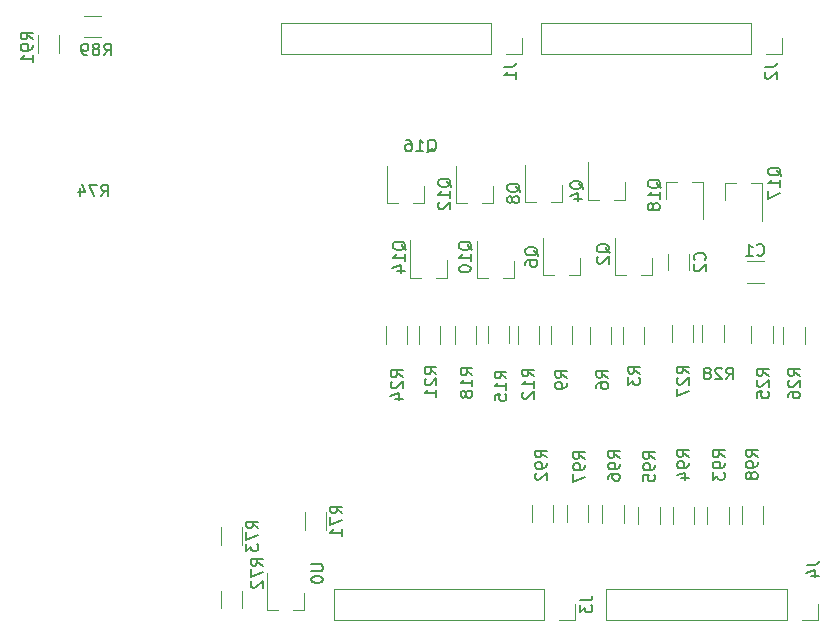
<source format=gbr>
%TF.GenerationSoftware,KiCad,Pcbnew,6.0.0*%
%TF.CreationDate,2022-04-09T17:08:48-03:00*%
%TF.ProjectId,cwc5.5,63776335-2e35-42e6-9b69-6361645f7063,rev?*%
%TF.SameCoordinates,Original*%
%TF.FileFunction,Legend,Bot*%
%TF.FilePolarity,Positive*%
%FSLAX46Y46*%
G04 Gerber Fmt 4.6, Leading zero omitted, Abs format (unit mm)*
G04 Created by KiCad (PCBNEW 6.0.0) date 2022-04-09 17:08:48*
%MOMM*%
%LPD*%
G01*
G04 APERTURE LIST*
%ADD10C,0.150000*%
%ADD11C,0.120000*%
G04 APERTURE END LIST*
D10*
%TO.C,R74*%
X7246857Y-15946380D02*
X7580190Y-15470190D01*
X7818285Y-15946380D02*
X7818285Y-14946380D01*
X7437333Y-14946380D01*
X7342095Y-14994000D01*
X7294476Y-15041619D01*
X7246857Y-15136857D01*
X7246857Y-15279714D01*
X7294476Y-15374952D01*
X7342095Y-15422571D01*
X7437333Y-15470190D01*
X7818285Y-15470190D01*
X6913523Y-14946380D02*
X6246857Y-14946380D01*
X6675428Y-15946380D01*
X5437333Y-15279714D02*
X5437333Y-15946380D01*
X5675428Y-14898761D02*
X5913523Y-15613047D01*
X5294476Y-15613047D01*
%TO.C,R9*%
X46705780Y-31303933D02*
X46229590Y-30970600D01*
X46705780Y-30732504D02*
X45705780Y-30732504D01*
X45705780Y-31113457D01*
X45753400Y-31208695D01*
X45801019Y-31256314D01*
X45896257Y-31303933D01*
X46039114Y-31303933D01*
X46134352Y-31256314D01*
X46181971Y-31208695D01*
X46229590Y-31113457D01*
X46229590Y-30732504D01*
X46705780Y-31780123D02*
X46705780Y-31970600D01*
X46658161Y-32065838D01*
X46610542Y-32113457D01*
X46467685Y-32208695D01*
X46277209Y-32256314D01*
X45896257Y-32256314D01*
X45801019Y-32208695D01*
X45753400Y-32161076D01*
X45705780Y-32065838D01*
X45705780Y-31875361D01*
X45753400Y-31780123D01*
X45801019Y-31732504D01*
X45896257Y-31684885D01*
X46134352Y-31684885D01*
X46229590Y-31732504D01*
X46277209Y-31780123D01*
X46324828Y-31875361D01*
X46324828Y-32065838D01*
X46277209Y-32161076D01*
X46229590Y-32208695D01*
X46134352Y-32256314D01*
%TO.C,Q10*%
X38647619Y-20510571D02*
X38600000Y-20415333D01*
X38504761Y-20320095D01*
X38361904Y-20177238D01*
X38314285Y-20082000D01*
X38314285Y-19986761D01*
X38552380Y-20034380D02*
X38504761Y-19939142D01*
X38409523Y-19843904D01*
X38219047Y-19796285D01*
X37885714Y-19796285D01*
X37695238Y-19843904D01*
X37600000Y-19939142D01*
X37552380Y-20034380D01*
X37552380Y-20224857D01*
X37600000Y-20320095D01*
X37695238Y-20415333D01*
X37885714Y-20462952D01*
X38219047Y-20462952D01*
X38409523Y-20415333D01*
X38504761Y-20320095D01*
X38552380Y-20224857D01*
X38552380Y-20034380D01*
X38552380Y-21415333D02*
X38552380Y-20843904D01*
X38552380Y-21129619D02*
X37552380Y-21129619D01*
X37695238Y-21034380D01*
X37790476Y-20939142D01*
X37838095Y-20843904D01*
X37552380Y-22034380D02*
X37552380Y-22129619D01*
X37600000Y-22224857D01*
X37647619Y-22272476D01*
X37742857Y-22320095D01*
X37933333Y-22367714D01*
X38171428Y-22367714D01*
X38361904Y-22320095D01*
X38457142Y-22272476D01*
X38504761Y-22224857D01*
X38552380Y-22129619D01*
X38552380Y-22034380D01*
X38504761Y-21939142D01*
X38457142Y-21891523D01*
X38361904Y-21843904D01*
X38171428Y-21796285D01*
X37933333Y-21796285D01*
X37742857Y-21843904D01*
X37647619Y-21891523D01*
X37600000Y-21939142D01*
X37552380Y-22034380D01*
%TO.C,R12*%
X43911780Y-31183342D02*
X43435590Y-30850009D01*
X43911780Y-30611914D02*
X42911780Y-30611914D01*
X42911780Y-30992866D01*
X42959400Y-31088104D01*
X43007019Y-31135723D01*
X43102257Y-31183342D01*
X43245114Y-31183342D01*
X43340352Y-31135723D01*
X43387971Y-31088104D01*
X43435590Y-30992866D01*
X43435590Y-30611914D01*
X43911780Y-32135723D02*
X43911780Y-31564295D01*
X43911780Y-31850009D02*
X42911780Y-31850009D01*
X43054638Y-31754771D01*
X43149876Y-31659533D01*
X43197495Y-31564295D01*
X43007019Y-32516676D02*
X42959400Y-32564295D01*
X42911780Y-32659533D01*
X42911780Y-32897628D01*
X42959400Y-32992866D01*
X43007019Y-33040485D01*
X43102257Y-33088104D01*
X43197495Y-33088104D01*
X43340352Y-33040485D01*
X43911780Y-32469057D01*
X43911780Y-33088104D01*
%TO.C,Q17*%
X64847619Y-14228571D02*
X64800000Y-14133333D01*
X64704761Y-14038095D01*
X64561904Y-13895238D01*
X64514285Y-13800000D01*
X64514285Y-13704761D01*
X64752380Y-13752380D02*
X64704761Y-13657142D01*
X64609523Y-13561904D01*
X64419047Y-13514285D01*
X64085714Y-13514285D01*
X63895238Y-13561904D01*
X63800000Y-13657142D01*
X63752380Y-13752380D01*
X63752380Y-13942857D01*
X63800000Y-14038095D01*
X63895238Y-14133333D01*
X64085714Y-14180952D01*
X64419047Y-14180952D01*
X64609523Y-14133333D01*
X64704761Y-14038095D01*
X64752380Y-13942857D01*
X64752380Y-13752380D01*
X64752380Y-15133333D02*
X64752380Y-14561904D01*
X64752380Y-14847619D02*
X63752380Y-14847619D01*
X63895238Y-14752380D01*
X63990476Y-14657142D01*
X64038095Y-14561904D01*
X63752380Y-15466666D02*
X63752380Y-16133333D01*
X64752380Y-15704761D01*
%TO.C,R26*%
X66427380Y-31157142D02*
X65951190Y-30823809D01*
X66427380Y-30585714D02*
X65427380Y-30585714D01*
X65427380Y-30966666D01*
X65475000Y-31061904D01*
X65522619Y-31109523D01*
X65617857Y-31157142D01*
X65760714Y-31157142D01*
X65855952Y-31109523D01*
X65903571Y-31061904D01*
X65951190Y-30966666D01*
X65951190Y-30585714D01*
X65522619Y-31538095D02*
X65475000Y-31585714D01*
X65427380Y-31680952D01*
X65427380Y-31919047D01*
X65475000Y-32014285D01*
X65522619Y-32061904D01*
X65617857Y-32109523D01*
X65713095Y-32109523D01*
X65855952Y-32061904D01*
X66427380Y-31490476D01*
X66427380Y-32109523D01*
X65427380Y-32966666D02*
X65427380Y-32776190D01*
X65475000Y-32680952D01*
X65522619Y-32633333D01*
X65665476Y-32538095D01*
X65855952Y-32490476D01*
X66236904Y-32490476D01*
X66332142Y-32538095D01*
X66379761Y-32585714D01*
X66427380Y-32680952D01*
X66427380Y-32871428D01*
X66379761Y-32966666D01*
X66332142Y-33014285D01*
X66236904Y-33061904D01*
X65998809Y-33061904D01*
X65903571Y-33014285D01*
X65855952Y-32966666D01*
X65808333Y-32871428D01*
X65808333Y-32680952D01*
X65855952Y-32585714D01*
X65903571Y-32538095D01*
X65998809Y-32490476D01*
%TO.C,Q12*%
X36909619Y-15176571D02*
X36862000Y-15081333D01*
X36766761Y-14986095D01*
X36623904Y-14843238D01*
X36576285Y-14748000D01*
X36576285Y-14652761D01*
X36814380Y-14700380D02*
X36766761Y-14605142D01*
X36671523Y-14509904D01*
X36481047Y-14462285D01*
X36147714Y-14462285D01*
X35957238Y-14509904D01*
X35862000Y-14605142D01*
X35814380Y-14700380D01*
X35814380Y-14890857D01*
X35862000Y-14986095D01*
X35957238Y-15081333D01*
X36147714Y-15128952D01*
X36481047Y-15128952D01*
X36671523Y-15081333D01*
X36766761Y-14986095D01*
X36814380Y-14890857D01*
X36814380Y-14700380D01*
X36814380Y-16081333D02*
X36814380Y-15509904D01*
X36814380Y-15795619D02*
X35814380Y-15795619D01*
X35957238Y-15700380D01*
X36052476Y-15605142D01*
X36100095Y-15509904D01*
X35909619Y-16462285D02*
X35862000Y-16509904D01*
X35814380Y-16605142D01*
X35814380Y-16843238D01*
X35862000Y-16938476D01*
X35909619Y-16986095D01*
X36004857Y-17033714D01*
X36100095Y-17033714D01*
X36242952Y-16986095D01*
X36814380Y-16414666D01*
X36814380Y-17033714D01*
%TO.C,R28*%
X60192857Y-31452380D02*
X60526190Y-30976190D01*
X60764285Y-31452380D02*
X60764285Y-30452380D01*
X60383333Y-30452380D01*
X60288095Y-30500000D01*
X60240476Y-30547619D01*
X60192857Y-30642857D01*
X60192857Y-30785714D01*
X60240476Y-30880952D01*
X60288095Y-30928571D01*
X60383333Y-30976190D01*
X60764285Y-30976190D01*
X59811904Y-30547619D02*
X59764285Y-30500000D01*
X59669047Y-30452380D01*
X59430952Y-30452380D01*
X59335714Y-30500000D01*
X59288095Y-30547619D01*
X59240476Y-30642857D01*
X59240476Y-30738095D01*
X59288095Y-30880952D01*
X59859523Y-31452380D01*
X59240476Y-31452380D01*
X58669047Y-30880952D02*
X58764285Y-30833333D01*
X58811904Y-30785714D01*
X58859523Y-30690476D01*
X58859523Y-30642857D01*
X58811904Y-30547619D01*
X58764285Y-30500000D01*
X58669047Y-30452380D01*
X58478571Y-30452380D01*
X58383333Y-30500000D01*
X58335714Y-30547619D01*
X58288095Y-30642857D01*
X58288095Y-30690476D01*
X58335714Y-30785714D01*
X58383333Y-30833333D01*
X58478571Y-30880952D01*
X58669047Y-30880952D01*
X58764285Y-30928571D01*
X58811904Y-30976190D01*
X58859523Y-31071428D01*
X58859523Y-31261904D01*
X58811904Y-31357142D01*
X58764285Y-31404761D01*
X58669047Y-31452380D01*
X58478571Y-31452380D01*
X58383333Y-31404761D01*
X58335714Y-31357142D01*
X58288095Y-31261904D01*
X58288095Y-31071428D01*
X58335714Y-30976190D01*
X58383333Y-30928571D01*
X58478571Y-30880952D01*
%TO.C,R91*%
X1468380Y-2659142D02*
X992190Y-2325809D01*
X1468380Y-2087714D02*
X468380Y-2087714D01*
X468380Y-2468666D01*
X516000Y-2563904D01*
X563619Y-2611523D01*
X658857Y-2659142D01*
X801714Y-2659142D01*
X896952Y-2611523D01*
X944571Y-2563904D01*
X992190Y-2468666D01*
X992190Y-2087714D01*
X1468380Y-3135333D02*
X1468380Y-3325809D01*
X1420761Y-3421047D01*
X1373142Y-3468666D01*
X1230285Y-3563904D01*
X1039809Y-3611523D01*
X658857Y-3611523D01*
X563619Y-3563904D01*
X516000Y-3516285D01*
X468380Y-3421047D01*
X468380Y-3230571D01*
X516000Y-3135333D01*
X563619Y-3087714D01*
X658857Y-3040095D01*
X896952Y-3040095D01*
X992190Y-3087714D01*
X1039809Y-3135333D01*
X1087428Y-3230571D01*
X1087428Y-3421047D01*
X1039809Y-3516285D01*
X992190Y-3563904D01*
X896952Y-3611523D01*
X1468380Y-4563904D02*
X1468380Y-3992476D01*
X1468380Y-4278190D02*
X468380Y-4278190D01*
X611238Y-4182952D01*
X706476Y-4087714D01*
X754095Y-3992476D01*
%TO.C,R97*%
X48227380Y-38182142D02*
X47751190Y-37848809D01*
X48227380Y-37610714D02*
X47227380Y-37610714D01*
X47227380Y-37991666D01*
X47275000Y-38086904D01*
X47322619Y-38134523D01*
X47417857Y-38182142D01*
X47560714Y-38182142D01*
X47655952Y-38134523D01*
X47703571Y-38086904D01*
X47751190Y-37991666D01*
X47751190Y-37610714D01*
X48227380Y-38658333D02*
X48227380Y-38848809D01*
X48179761Y-38944047D01*
X48132142Y-38991666D01*
X47989285Y-39086904D01*
X47798809Y-39134523D01*
X47417857Y-39134523D01*
X47322619Y-39086904D01*
X47275000Y-39039285D01*
X47227380Y-38944047D01*
X47227380Y-38753571D01*
X47275000Y-38658333D01*
X47322619Y-38610714D01*
X47417857Y-38563095D01*
X47655952Y-38563095D01*
X47751190Y-38610714D01*
X47798809Y-38658333D01*
X47846428Y-38753571D01*
X47846428Y-38944047D01*
X47798809Y-39039285D01*
X47751190Y-39086904D01*
X47655952Y-39134523D01*
X47227380Y-39467857D02*
X47227380Y-40134523D01*
X48227380Y-39705952D01*
%TO.C,J1*%
X41362380Y-5000666D02*
X42076666Y-5000666D01*
X42219523Y-4953047D01*
X42314761Y-4857809D01*
X42362380Y-4714952D01*
X42362380Y-4619714D01*
X42362380Y-6000666D02*
X42362380Y-5429238D01*
X42362380Y-5714952D02*
X41362380Y-5714952D01*
X41505238Y-5619714D01*
X41600476Y-5524476D01*
X41648095Y-5429238D01*
%TO.C,R3*%
X52877980Y-30948333D02*
X52401790Y-30615000D01*
X52877980Y-30376904D02*
X51877980Y-30376904D01*
X51877980Y-30757857D01*
X51925600Y-30853095D01*
X51973219Y-30900714D01*
X52068457Y-30948333D01*
X52211314Y-30948333D01*
X52306552Y-30900714D01*
X52354171Y-30853095D01*
X52401790Y-30757857D01*
X52401790Y-30376904D01*
X51877980Y-31281666D02*
X51877980Y-31900714D01*
X52258933Y-31567380D01*
X52258933Y-31710238D01*
X52306552Y-31805476D01*
X52354171Y-31853095D01*
X52449409Y-31900714D01*
X52687504Y-31900714D01*
X52782742Y-31853095D01*
X52830361Y-31805476D01*
X52877980Y-31710238D01*
X52877980Y-31424523D01*
X52830361Y-31329285D01*
X52782742Y-31281666D01*
%TO.C,C1*%
X62804166Y-20882142D02*
X62851785Y-20929761D01*
X62994642Y-20977380D01*
X63089880Y-20977380D01*
X63232738Y-20929761D01*
X63327976Y-20834523D01*
X63375595Y-20739285D01*
X63423214Y-20548809D01*
X63423214Y-20405952D01*
X63375595Y-20215476D01*
X63327976Y-20120238D01*
X63232738Y-20025000D01*
X63089880Y-19977380D01*
X62994642Y-19977380D01*
X62851785Y-20025000D01*
X62804166Y-20072619D01*
X61851785Y-20977380D02*
X62423214Y-20977380D01*
X62137500Y-20977380D02*
X62137500Y-19977380D01*
X62232738Y-20120238D01*
X62327976Y-20215476D01*
X62423214Y-20263095D01*
%TO.C,Q2*%
X50331619Y-20732761D02*
X50284000Y-20637523D01*
X50188761Y-20542285D01*
X50045904Y-20399428D01*
X49998285Y-20304190D01*
X49998285Y-20208952D01*
X50236380Y-20256571D02*
X50188761Y-20161333D01*
X50093523Y-20066095D01*
X49903047Y-20018476D01*
X49569714Y-20018476D01*
X49379238Y-20066095D01*
X49284000Y-20161333D01*
X49236380Y-20256571D01*
X49236380Y-20447047D01*
X49284000Y-20542285D01*
X49379238Y-20637523D01*
X49569714Y-20685142D01*
X49903047Y-20685142D01*
X50093523Y-20637523D01*
X50188761Y-20542285D01*
X50236380Y-20447047D01*
X50236380Y-20256571D01*
X49331619Y-21066095D02*
X49284000Y-21113714D01*
X49236380Y-21208952D01*
X49236380Y-21447047D01*
X49284000Y-21542285D01*
X49331619Y-21589904D01*
X49426857Y-21637523D01*
X49522095Y-21637523D01*
X49664952Y-21589904D01*
X50236380Y-21018476D01*
X50236380Y-21637523D01*
%TO.C,J4*%
X67016380Y-47164666D02*
X67730666Y-47164666D01*
X67873523Y-47117047D01*
X67968761Y-47021809D01*
X68016380Y-46878952D01*
X68016380Y-46783714D01*
X67349714Y-48069428D02*
X68016380Y-48069428D01*
X66968761Y-47831333D02*
X67683047Y-47593238D01*
X67683047Y-48212285D01*
%TO.C,Q4*%
X48085619Y-15360761D02*
X48038000Y-15265523D01*
X47942761Y-15170285D01*
X47799904Y-15027428D01*
X47752285Y-14932190D01*
X47752285Y-14836952D01*
X47990380Y-14884571D02*
X47942761Y-14789333D01*
X47847523Y-14694095D01*
X47657047Y-14646476D01*
X47323714Y-14646476D01*
X47133238Y-14694095D01*
X47038000Y-14789333D01*
X46990380Y-14884571D01*
X46990380Y-15075047D01*
X47038000Y-15170285D01*
X47133238Y-15265523D01*
X47323714Y-15313142D01*
X47657047Y-15313142D01*
X47847523Y-15265523D01*
X47942761Y-15170285D01*
X47990380Y-15075047D01*
X47990380Y-14884571D01*
X47323714Y-16170285D02*
X47990380Y-16170285D01*
X46942761Y-15932190D02*
X47657047Y-15694095D01*
X47657047Y-16313142D01*
%TO.C,R25*%
X63777380Y-31132142D02*
X63301190Y-30798809D01*
X63777380Y-30560714D02*
X62777380Y-30560714D01*
X62777380Y-30941666D01*
X62825000Y-31036904D01*
X62872619Y-31084523D01*
X62967857Y-31132142D01*
X63110714Y-31132142D01*
X63205952Y-31084523D01*
X63253571Y-31036904D01*
X63301190Y-30941666D01*
X63301190Y-30560714D01*
X62872619Y-31513095D02*
X62825000Y-31560714D01*
X62777380Y-31655952D01*
X62777380Y-31894047D01*
X62825000Y-31989285D01*
X62872619Y-32036904D01*
X62967857Y-32084523D01*
X63063095Y-32084523D01*
X63205952Y-32036904D01*
X63777380Y-31465476D01*
X63777380Y-32084523D01*
X62777380Y-32989285D02*
X62777380Y-32513095D01*
X63253571Y-32465476D01*
X63205952Y-32513095D01*
X63158333Y-32608333D01*
X63158333Y-32846428D01*
X63205952Y-32941666D01*
X63253571Y-32989285D01*
X63348809Y-33036904D01*
X63586904Y-33036904D01*
X63682142Y-32989285D01*
X63729761Y-32941666D01*
X63777380Y-32846428D01*
X63777380Y-32608333D01*
X63729761Y-32513095D01*
X63682142Y-32465476D01*
%TO.C,R98*%
X62852380Y-37982142D02*
X62376190Y-37648809D01*
X62852380Y-37410714D02*
X61852380Y-37410714D01*
X61852380Y-37791666D01*
X61900000Y-37886904D01*
X61947619Y-37934523D01*
X62042857Y-37982142D01*
X62185714Y-37982142D01*
X62280952Y-37934523D01*
X62328571Y-37886904D01*
X62376190Y-37791666D01*
X62376190Y-37410714D01*
X62852380Y-38458333D02*
X62852380Y-38648809D01*
X62804761Y-38744047D01*
X62757142Y-38791666D01*
X62614285Y-38886904D01*
X62423809Y-38934523D01*
X62042857Y-38934523D01*
X61947619Y-38886904D01*
X61900000Y-38839285D01*
X61852380Y-38744047D01*
X61852380Y-38553571D01*
X61900000Y-38458333D01*
X61947619Y-38410714D01*
X62042857Y-38363095D01*
X62280952Y-38363095D01*
X62376190Y-38410714D01*
X62423809Y-38458333D01*
X62471428Y-38553571D01*
X62471428Y-38744047D01*
X62423809Y-38839285D01*
X62376190Y-38886904D01*
X62280952Y-38934523D01*
X62280952Y-39505952D02*
X62233333Y-39410714D01*
X62185714Y-39363095D01*
X62090476Y-39315476D01*
X62042857Y-39315476D01*
X61947619Y-39363095D01*
X61900000Y-39410714D01*
X61852380Y-39505952D01*
X61852380Y-39696428D01*
X61900000Y-39791666D01*
X61947619Y-39839285D01*
X62042857Y-39886904D01*
X62090476Y-39886904D01*
X62185714Y-39839285D01*
X62233333Y-39791666D01*
X62280952Y-39696428D01*
X62280952Y-39505952D01*
X62328571Y-39410714D01*
X62376190Y-39363095D01*
X62471428Y-39315476D01*
X62661904Y-39315476D01*
X62757142Y-39363095D01*
X62804761Y-39410714D01*
X62852380Y-39505952D01*
X62852380Y-39696428D01*
X62804761Y-39791666D01*
X62757142Y-39839285D01*
X62661904Y-39886904D01*
X62471428Y-39886904D01*
X62376190Y-39839285D01*
X62328571Y-39791666D01*
X62280952Y-39696428D01*
%TO.C,Q6*%
X44275619Y-20986761D02*
X44228000Y-20891523D01*
X44132761Y-20796285D01*
X43989904Y-20653428D01*
X43942285Y-20558190D01*
X43942285Y-20462952D01*
X44180380Y-20510571D02*
X44132761Y-20415333D01*
X44037523Y-20320095D01*
X43847047Y-20272476D01*
X43513714Y-20272476D01*
X43323238Y-20320095D01*
X43228000Y-20415333D01*
X43180380Y-20510571D01*
X43180380Y-20701047D01*
X43228000Y-20796285D01*
X43323238Y-20891523D01*
X43513714Y-20939142D01*
X43847047Y-20939142D01*
X44037523Y-20891523D01*
X44132761Y-20796285D01*
X44180380Y-20701047D01*
X44180380Y-20510571D01*
X43180380Y-21796285D02*
X43180380Y-21605809D01*
X43228000Y-21510571D01*
X43275619Y-21462952D01*
X43418476Y-21367714D01*
X43608952Y-21320095D01*
X43989904Y-21320095D01*
X44085142Y-21367714D01*
X44132761Y-21415333D01*
X44180380Y-21510571D01*
X44180380Y-21701047D01*
X44132761Y-21796285D01*
X44085142Y-21843904D01*
X43989904Y-21891523D01*
X43751809Y-21891523D01*
X43656571Y-21843904D01*
X43608952Y-21796285D01*
X43561333Y-21701047D01*
X43561333Y-21510571D01*
X43608952Y-21415333D01*
X43656571Y-21367714D01*
X43751809Y-21320095D01*
%TO.C,Q16*%
X34861428Y-12231619D02*
X34956666Y-12184000D01*
X35051904Y-12088761D01*
X35194761Y-11945904D01*
X35290000Y-11898285D01*
X35385238Y-11898285D01*
X35337619Y-12136380D02*
X35432857Y-12088761D01*
X35528095Y-11993523D01*
X35575714Y-11803047D01*
X35575714Y-11469714D01*
X35528095Y-11279238D01*
X35432857Y-11184000D01*
X35337619Y-11136380D01*
X35147142Y-11136380D01*
X35051904Y-11184000D01*
X34956666Y-11279238D01*
X34909047Y-11469714D01*
X34909047Y-11803047D01*
X34956666Y-11993523D01*
X35051904Y-12088761D01*
X35147142Y-12136380D01*
X35337619Y-12136380D01*
X33956666Y-12136380D02*
X34528095Y-12136380D01*
X34242380Y-12136380D02*
X34242380Y-11136380D01*
X34337619Y-11279238D01*
X34432857Y-11374476D01*
X34528095Y-11422095D01*
X33099523Y-11136380D02*
X33290000Y-11136380D01*
X33385238Y-11184000D01*
X33432857Y-11231619D01*
X33528095Y-11374476D01*
X33575714Y-11564952D01*
X33575714Y-11945904D01*
X33528095Y-12041142D01*
X33480476Y-12088761D01*
X33385238Y-12136380D01*
X33194761Y-12136380D01*
X33099523Y-12088761D01*
X33051904Y-12041142D01*
X33004285Y-11945904D01*
X33004285Y-11707809D01*
X33051904Y-11612571D01*
X33099523Y-11564952D01*
X33194761Y-11517333D01*
X33385238Y-11517333D01*
X33480476Y-11564952D01*
X33528095Y-11612571D01*
X33575714Y-11707809D01*
%TO.C,R24*%
X32786580Y-31259542D02*
X32310390Y-30926209D01*
X32786580Y-30688114D02*
X31786580Y-30688114D01*
X31786580Y-31069066D01*
X31834200Y-31164304D01*
X31881819Y-31211923D01*
X31977057Y-31259542D01*
X32119914Y-31259542D01*
X32215152Y-31211923D01*
X32262771Y-31164304D01*
X32310390Y-31069066D01*
X32310390Y-30688114D01*
X31881819Y-31640495D02*
X31834200Y-31688114D01*
X31786580Y-31783352D01*
X31786580Y-32021447D01*
X31834200Y-32116685D01*
X31881819Y-32164304D01*
X31977057Y-32211923D01*
X32072295Y-32211923D01*
X32215152Y-32164304D01*
X32786580Y-31592876D01*
X32786580Y-32211923D01*
X32119914Y-33069066D02*
X32786580Y-33069066D01*
X31738961Y-32830971D02*
X32453247Y-32592876D01*
X32453247Y-33211923D01*
%TO.C,R21*%
X35656780Y-31005542D02*
X35180590Y-30672209D01*
X35656780Y-30434114D02*
X34656780Y-30434114D01*
X34656780Y-30815066D01*
X34704400Y-30910304D01*
X34752019Y-30957923D01*
X34847257Y-31005542D01*
X34990114Y-31005542D01*
X35085352Y-30957923D01*
X35132971Y-30910304D01*
X35180590Y-30815066D01*
X35180590Y-30434114D01*
X34752019Y-31386495D02*
X34704400Y-31434114D01*
X34656780Y-31529352D01*
X34656780Y-31767447D01*
X34704400Y-31862685D01*
X34752019Y-31910304D01*
X34847257Y-31957923D01*
X34942495Y-31957923D01*
X35085352Y-31910304D01*
X35656780Y-31338876D01*
X35656780Y-31957923D01*
X35656780Y-32910304D02*
X35656780Y-32338876D01*
X35656780Y-32624590D02*
X34656780Y-32624590D01*
X34799638Y-32529352D01*
X34894876Y-32434114D01*
X34942495Y-32338876D01*
%TO.C,R15*%
X41574980Y-31361142D02*
X41098790Y-31027809D01*
X41574980Y-30789714D02*
X40574980Y-30789714D01*
X40574980Y-31170666D01*
X40622600Y-31265904D01*
X40670219Y-31313523D01*
X40765457Y-31361142D01*
X40908314Y-31361142D01*
X41003552Y-31313523D01*
X41051171Y-31265904D01*
X41098790Y-31170666D01*
X41098790Y-30789714D01*
X41574980Y-32313523D02*
X41574980Y-31742095D01*
X41574980Y-32027809D02*
X40574980Y-32027809D01*
X40717838Y-31932571D01*
X40813076Y-31837333D01*
X40860695Y-31742095D01*
X40574980Y-33218285D02*
X40574980Y-32742095D01*
X41051171Y-32694476D01*
X41003552Y-32742095D01*
X40955933Y-32837333D01*
X40955933Y-33075428D01*
X41003552Y-33170666D01*
X41051171Y-33218285D01*
X41146409Y-33265904D01*
X41384504Y-33265904D01*
X41479742Y-33218285D01*
X41527361Y-33170666D01*
X41574980Y-33075428D01*
X41574980Y-32837333D01*
X41527361Y-32742095D01*
X41479742Y-32694476D01*
%TO.C,C2*%
X58357142Y-21333333D02*
X58404761Y-21285714D01*
X58452380Y-21142857D01*
X58452380Y-21047619D01*
X58404761Y-20904761D01*
X58309523Y-20809523D01*
X58214285Y-20761904D01*
X58023809Y-20714285D01*
X57880952Y-20714285D01*
X57690476Y-20761904D01*
X57595238Y-20809523D01*
X57500000Y-20904761D01*
X57452380Y-21047619D01*
X57452380Y-21142857D01*
X57500000Y-21285714D01*
X57547619Y-21333333D01*
X57547619Y-21714285D02*
X57500000Y-21761904D01*
X57452380Y-21857142D01*
X57452380Y-22095238D01*
X57500000Y-22190476D01*
X57547619Y-22238095D01*
X57642857Y-22285714D01*
X57738095Y-22285714D01*
X57880952Y-22238095D01*
X58452380Y-21666666D01*
X58452380Y-22285714D01*
%TO.C,R89*%
X7500857Y-4008380D02*
X7834190Y-3532190D01*
X8072285Y-4008380D02*
X8072285Y-3008380D01*
X7691333Y-3008380D01*
X7596095Y-3056000D01*
X7548476Y-3103619D01*
X7500857Y-3198857D01*
X7500857Y-3341714D01*
X7548476Y-3436952D01*
X7596095Y-3484571D01*
X7691333Y-3532190D01*
X8072285Y-3532190D01*
X6929428Y-3436952D02*
X7024666Y-3389333D01*
X7072285Y-3341714D01*
X7119904Y-3246476D01*
X7119904Y-3198857D01*
X7072285Y-3103619D01*
X7024666Y-3056000D01*
X6929428Y-3008380D01*
X6738952Y-3008380D01*
X6643714Y-3056000D01*
X6596095Y-3103619D01*
X6548476Y-3198857D01*
X6548476Y-3246476D01*
X6596095Y-3341714D01*
X6643714Y-3389333D01*
X6738952Y-3436952D01*
X6929428Y-3436952D01*
X7024666Y-3484571D01*
X7072285Y-3532190D01*
X7119904Y-3627428D01*
X7119904Y-3817904D01*
X7072285Y-3913142D01*
X7024666Y-3960761D01*
X6929428Y-4008380D01*
X6738952Y-4008380D01*
X6643714Y-3960761D01*
X6596095Y-3913142D01*
X6548476Y-3817904D01*
X6548476Y-3627428D01*
X6596095Y-3532190D01*
X6643714Y-3484571D01*
X6738952Y-3436952D01*
X6072285Y-4008380D02*
X5881809Y-4008380D01*
X5786571Y-3960761D01*
X5738952Y-3913142D01*
X5643714Y-3770285D01*
X5596095Y-3579809D01*
X5596095Y-3198857D01*
X5643714Y-3103619D01*
X5691333Y-3056000D01*
X5786571Y-3008380D01*
X5977047Y-3008380D01*
X6072285Y-3056000D01*
X6119904Y-3103619D01*
X6167523Y-3198857D01*
X6167523Y-3436952D01*
X6119904Y-3532190D01*
X6072285Y-3579809D01*
X5977047Y-3627428D01*
X5786571Y-3627428D01*
X5691333Y-3579809D01*
X5643714Y-3532190D01*
X5596095Y-3436952D01*
%TO.C,J3*%
X47842380Y-50166666D02*
X48556666Y-50166666D01*
X48699523Y-50119047D01*
X48794761Y-50023809D01*
X48842380Y-49880952D01*
X48842380Y-49785714D01*
X47842380Y-50547619D02*
X47842380Y-51166666D01*
X48223333Y-50833333D01*
X48223333Y-50976190D01*
X48270952Y-51071428D01*
X48318571Y-51119047D01*
X48413809Y-51166666D01*
X48651904Y-51166666D01*
X48747142Y-51119047D01*
X48794761Y-51071428D01*
X48842380Y-50976190D01*
X48842380Y-50690476D01*
X48794761Y-50595238D01*
X48747142Y-50547619D01*
%TO.C,R92*%
X45002380Y-38057142D02*
X44526190Y-37723809D01*
X45002380Y-37485714D02*
X44002380Y-37485714D01*
X44002380Y-37866666D01*
X44050000Y-37961904D01*
X44097619Y-38009523D01*
X44192857Y-38057142D01*
X44335714Y-38057142D01*
X44430952Y-38009523D01*
X44478571Y-37961904D01*
X44526190Y-37866666D01*
X44526190Y-37485714D01*
X45002380Y-38533333D02*
X45002380Y-38723809D01*
X44954761Y-38819047D01*
X44907142Y-38866666D01*
X44764285Y-38961904D01*
X44573809Y-39009523D01*
X44192857Y-39009523D01*
X44097619Y-38961904D01*
X44050000Y-38914285D01*
X44002380Y-38819047D01*
X44002380Y-38628571D01*
X44050000Y-38533333D01*
X44097619Y-38485714D01*
X44192857Y-38438095D01*
X44430952Y-38438095D01*
X44526190Y-38485714D01*
X44573809Y-38533333D01*
X44621428Y-38628571D01*
X44621428Y-38819047D01*
X44573809Y-38914285D01*
X44526190Y-38961904D01*
X44430952Y-39009523D01*
X44097619Y-39390476D02*
X44050000Y-39438095D01*
X44002380Y-39533333D01*
X44002380Y-39771428D01*
X44050000Y-39866666D01*
X44097619Y-39914285D01*
X44192857Y-39961904D01*
X44288095Y-39961904D01*
X44430952Y-39914285D01*
X45002380Y-39342857D01*
X45002380Y-39961904D01*
%TO.C,J2*%
X63460380Y-5000666D02*
X64174666Y-5000666D01*
X64317523Y-4953047D01*
X64412761Y-4857809D01*
X64460380Y-4714952D01*
X64460380Y-4619714D01*
X63555619Y-5429238D02*
X63508000Y-5476857D01*
X63460380Y-5572095D01*
X63460380Y-5810190D01*
X63508000Y-5905428D01*
X63555619Y-5953047D01*
X63650857Y-6000666D01*
X63746095Y-6000666D01*
X63888952Y-5953047D01*
X64460380Y-5381619D01*
X64460380Y-6000666D01*
%TO.C,U0*%
X25052380Y-47113095D02*
X25861904Y-47113095D01*
X25957142Y-47160714D01*
X26004761Y-47208333D01*
X26052380Y-47303571D01*
X26052380Y-47494047D01*
X26004761Y-47589285D01*
X25957142Y-47636904D01*
X25861904Y-47684523D01*
X25052380Y-47684523D01*
X25052380Y-48351190D02*
X25052380Y-48446428D01*
X25100000Y-48541666D01*
X25147619Y-48589285D01*
X25242857Y-48636904D01*
X25433333Y-48684523D01*
X25671428Y-48684523D01*
X25861904Y-48636904D01*
X25957142Y-48589285D01*
X26004761Y-48541666D01*
X26052380Y-48446428D01*
X26052380Y-48351190D01*
X26004761Y-48255952D01*
X25957142Y-48208333D01*
X25861904Y-48160714D01*
X25671428Y-48113095D01*
X25433333Y-48113095D01*
X25242857Y-48160714D01*
X25147619Y-48208333D01*
X25100000Y-48255952D01*
X25052380Y-48351190D01*
%TO.C,R18*%
X38704780Y-31081742D02*
X38228590Y-30748409D01*
X38704780Y-30510314D02*
X37704780Y-30510314D01*
X37704780Y-30891266D01*
X37752400Y-30986504D01*
X37800019Y-31034123D01*
X37895257Y-31081742D01*
X38038114Y-31081742D01*
X38133352Y-31034123D01*
X38180971Y-30986504D01*
X38228590Y-30891266D01*
X38228590Y-30510314D01*
X38704780Y-32034123D02*
X38704780Y-31462695D01*
X38704780Y-31748409D02*
X37704780Y-31748409D01*
X37847638Y-31653171D01*
X37942876Y-31557933D01*
X37990495Y-31462695D01*
X38133352Y-32605552D02*
X38085733Y-32510314D01*
X38038114Y-32462695D01*
X37942876Y-32415076D01*
X37895257Y-32415076D01*
X37800019Y-32462695D01*
X37752400Y-32510314D01*
X37704780Y-32605552D01*
X37704780Y-32796028D01*
X37752400Y-32891266D01*
X37800019Y-32938885D01*
X37895257Y-32986504D01*
X37942876Y-32986504D01*
X38038114Y-32938885D01*
X38085733Y-32891266D01*
X38133352Y-32796028D01*
X38133352Y-32605552D01*
X38180971Y-32510314D01*
X38228590Y-32462695D01*
X38323828Y-32415076D01*
X38514304Y-32415076D01*
X38609542Y-32462695D01*
X38657161Y-32510314D01*
X38704780Y-32605552D01*
X38704780Y-32796028D01*
X38657161Y-32891266D01*
X38609542Y-32938885D01*
X38514304Y-32986504D01*
X38323828Y-32986504D01*
X38228590Y-32938885D01*
X38180971Y-32891266D01*
X38133352Y-32796028D01*
%TO.C,Q8*%
X42751619Y-15590761D02*
X42704000Y-15495523D01*
X42608761Y-15400285D01*
X42465904Y-15257428D01*
X42418285Y-15162190D01*
X42418285Y-15066952D01*
X42656380Y-15114571D02*
X42608761Y-15019333D01*
X42513523Y-14924095D01*
X42323047Y-14876476D01*
X41989714Y-14876476D01*
X41799238Y-14924095D01*
X41704000Y-15019333D01*
X41656380Y-15114571D01*
X41656380Y-15305047D01*
X41704000Y-15400285D01*
X41799238Y-15495523D01*
X41989714Y-15543142D01*
X42323047Y-15543142D01*
X42513523Y-15495523D01*
X42608761Y-15400285D01*
X42656380Y-15305047D01*
X42656380Y-15114571D01*
X42084952Y-16114571D02*
X42037333Y-16019333D01*
X41989714Y-15971714D01*
X41894476Y-15924095D01*
X41846857Y-15924095D01*
X41751619Y-15971714D01*
X41704000Y-16019333D01*
X41656380Y-16114571D01*
X41656380Y-16305047D01*
X41704000Y-16400285D01*
X41751619Y-16447904D01*
X41846857Y-16495523D01*
X41894476Y-16495523D01*
X41989714Y-16447904D01*
X42037333Y-16400285D01*
X42084952Y-16305047D01*
X42084952Y-16114571D01*
X42132571Y-16019333D01*
X42180190Y-15971714D01*
X42275428Y-15924095D01*
X42465904Y-15924095D01*
X42561142Y-15971714D01*
X42608761Y-16019333D01*
X42656380Y-16114571D01*
X42656380Y-16305047D01*
X42608761Y-16400285D01*
X42561142Y-16447904D01*
X42465904Y-16495523D01*
X42275428Y-16495523D01*
X42180190Y-16447904D01*
X42132571Y-16400285D01*
X42084952Y-16305047D01*
%TO.C,R93*%
X60052380Y-38032142D02*
X59576190Y-37698809D01*
X60052380Y-37460714D02*
X59052380Y-37460714D01*
X59052380Y-37841666D01*
X59100000Y-37936904D01*
X59147619Y-37984523D01*
X59242857Y-38032142D01*
X59385714Y-38032142D01*
X59480952Y-37984523D01*
X59528571Y-37936904D01*
X59576190Y-37841666D01*
X59576190Y-37460714D01*
X60052380Y-38508333D02*
X60052380Y-38698809D01*
X60004761Y-38794047D01*
X59957142Y-38841666D01*
X59814285Y-38936904D01*
X59623809Y-38984523D01*
X59242857Y-38984523D01*
X59147619Y-38936904D01*
X59100000Y-38889285D01*
X59052380Y-38794047D01*
X59052380Y-38603571D01*
X59100000Y-38508333D01*
X59147619Y-38460714D01*
X59242857Y-38413095D01*
X59480952Y-38413095D01*
X59576190Y-38460714D01*
X59623809Y-38508333D01*
X59671428Y-38603571D01*
X59671428Y-38794047D01*
X59623809Y-38889285D01*
X59576190Y-38936904D01*
X59480952Y-38984523D01*
X59052380Y-39317857D02*
X59052380Y-39936904D01*
X59433333Y-39603571D01*
X59433333Y-39746428D01*
X59480952Y-39841666D01*
X59528571Y-39889285D01*
X59623809Y-39936904D01*
X59861904Y-39936904D01*
X59957142Y-39889285D01*
X60004761Y-39841666D01*
X60052380Y-39746428D01*
X60052380Y-39460714D01*
X60004761Y-39365476D01*
X59957142Y-39317857D01*
%TO.C,R72*%
X20927380Y-47207142D02*
X20451190Y-46873809D01*
X20927380Y-46635714D02*
X19927380Y-46635714D01*
X19927380Y-47016666D01*
X19975000Y-47111904D01*
X20022619Y-47159523D01*
X20117857Y-47207142D01*
X20260714Y-47207142D01*
X20355952Y-47159523D01*
X20403571Y-47111904D01*
X20451190Y-47016666D01*
X20451190Y-46635714D01*
X19927380Y-47540476D02*
X19927380Y-48207142D01*
X20927380Y-47778571D01*
X20022619Y-48540476D02*
X19975000Y-48588095D01*
X19927380Y-48683333D01*
X19927380Y-48921428D01*
X19975000Y-49016666D01*
X20022619Y-49064285D01*
X20117857Y-49111904D01*
X20213095Y-49111904D01*
X20355952Y-49064285D01*
X20927380Y-48492857D01*
X20927380Y-49111904D01*
%TO.C,R71*%
X27672380Y-42791142D02*
X27196190Y-42457809D01*
X27672380Y-42219714D02*
X26672380Y-42219714D01*
X26672380Y-42600666D01*
X26720000Y-42695904D01*
X26767619Y-42743523D01*
X26862857Y-42791142D01*
X27005714Y-42791142D01*
X27100952Y-42743523D01*
X27148571Y-42695904D01*
X27196190Y-42600666D01*
X27196190Y-42219714D01*
X26672380Y-43124476D02*
X26672380Y-43791142D01*
X27672380Y-43362571D01*
X27672380Y-44695904D02*
X27672380Y-44124476D01*
X27672380Y-44410190D02*
X26672380Y-44410190D01*
X26815238Y-44314952D01*
X26910476Y-44219714D01*
X26958095Y-44124476D01*
%TO.C,R6*%
X50185580Y-31303933D02*
X49709390Y-30970600D01*
X50185580Y-30732504D02*
X49185580Y-30732504D01*
X49185580Y-31113457D01*
X49233200Y-31208695D01*
X49280819Y-31256314D01*
X49376057Y-31303933D01*
X49518914Y-31303933D01*
X49614152Y-31256314D01*
X49661771Y-31208695D01*
X49709390Y-31113457D01*
X49709390Y-30732504D01*
X49185580Y-32161076D02*
X49185580Y-31970600D01*
X49233200Y-31875361D01*
X49280819Y-31827742D01*
X49423676Y-31732504D01*
X49614152Y-31684885D01*
X49995104Y-31684885D01*
X50090342Y-31732504D01*
X50137961Y-31780123D01*
X50185580Y-31875361D01*
X50185580Y-32065838D01*
X50137961Y-32161076D01*
X50090342Y-32208695D01*
X49995104Y-32256314D01*
X49757009Y-32256314D01*
X49661771Y-32208695D01*
X49614152Y-32161076D01*
X49566533Y-32065838D01*
X49566533Y-31875361D01*
X49614152Y-31780123D01*
X49661771Y-31732504D01*
X49757009Y-31684885D01*
%TO.C,R94*%
X57027380Y-38007142D02*
X56551190Y-37673809D01*
X57027380Y-37435714D02*
X56027380Y-37435714D01*
X56027380Y-37816666D01*
X56075000Y-37911904D01*
X56122619Y-37959523D01*
X56217857Y-38007142D01*
X56360714Y-38007142D01*
X56455952Y-37959523D01*
X56503571Y-37911904D01*
X56551190Y-37816666D01*
X56551190Y-37435714D01*
X57027380Y-38483333D02*
X57027380Y-38673809D01*
X56979761Y-38769047D01*
X56932142Y-38816666D01*
X56789285Y-38911904D01*
X56598809Y-38959523D01*
X56217857Y-38959523D01*
X56122619Y-38911904D01*
X56075000Y-38864285D01*
X56027380Y-38769047D01*
X56027380Y-38578571D01*
X56075000Y-38483333D01*
X56122619Y-38435714D01*
X56217857Y-38388095D01*
X56455952Y-38388095D01*
X56551190Y-38435714D01*
X56598809Y-38483333D01*
X56646428Y-38578571D01*
X56646428Y-38769047D01*
X56598809Y-38864285D01*
X56551190Y-38911904D01*
X56455952Y-38959523D01*
X56360714Y-39816666D02*
X57027380Y-39816666D01*
X55979761Y-39578571D02*
X56694047Y-39340476D01*
X56694047Y-39959523D01*
%TO.C,Q14*%
X33059619Y-20510571D02*
X33012000Y-20415333D01*
X32916761Y-20320095D01*
X32773904Y-20177238D01*
X32726285Y-20082000D01*
X32726285Y-19986761D01*
X32964380Y-20034380D02*
X32916761Y-19939142D01*
X32821523Y-19843904D01*
X32631047Y-19796285D01*
X32297714Y-19796285D01*
X32107238Y-19843904D01*
X32012000Y-19939142D01*
X31964380Y-20034380D01*
X31964380Y-20224857D01*
X32012000Y-20320095D01*
X32107238Y-20415333D01*
X32297714Y-20462952D01*
X32631047Y-20462952D01*
X32821523Y-20415333D01*
X32916761Y-20320095D01*
X32964380Y-20224857D01*
X32964380Y-20034380D01*
X32964380Y-21415333D02*
X32964380Y-20843904D01*
X32964380Y-21129619D02*
X31964380Y-21129619D01*
X32107238Y-21034380D01*
X32202476Y-20939142D01*
X32250095Y-20843904D01*
X32297714Y-22272476D02*
X32964380Y-22272476D01*
X31916761Y-22034380D02*
X32631047Y-21796285D01*
X32631047Y-22415333D01*
%TO.C,R96*%
X51177380Y-38107142D02*
X50701190Y-37773809D01*
X51177380Y-37535714D02*
X50177380Y-37535714D01*
X50177380Y-37916666D01*
X50225000Y-38011904D01*
X50272619Y-38059523D01*
X50367857Y-38107142D01*
X50510714Y-38107142D01*
X50605952Y-38059523D01*
X50653571Y-38011904D01*
X50701190Y-37916666D01*
X50701190Y-37535714D01*
X51177380Y-38583333D02*
X51177380Y-38773809D01*
X51129761Y-38869047D01*
X51082142Y-38916666D01*
X50939285Y-39011904D01*
X50748809Y-39059523D01*
X50367857Y-39059523D01*
X50272619Y-39011904D01*
X50225000Y-38964285D01*
X50177380Y-38869047D01*
X50177380Y-38678571D01*
X50225000Y-38583333D01*
X50272619Y-38535714D01*
X50367857Y-38488095D01*
X50605952Y-38488095D01*
X50701190Y-38535714D01*
X50748809Y-38583333D01*
X50796428Y-38678571D01*
X50796428Y-38869047D01*
X50748809Y-38964285D01*
X50701190Y-39011904D01*
X50605952Y-39059523D01*
X50177380Y-39916666D02*
X50177380Y-39726190D01*
X50225000Y-39630952D01*
X50272619Y-39583333D01*
X50415476Y-39488095D01*
X50605952Y-39440476D01*
X50986904Y-39440476D01*
X51082142Y-39488095D01*
X51129761Y-39535714D01*
X51177380Y-39630952D01*
X51177380Y-39821428D01*
X51129761Y-39916666D01*
X51082142Y-39964285D01*
X50986904Y-40011904D01*
X50748809Y-40011904D01*
X50653571Y-39964285D01*
X50605952Y-39916666D01*
X50558333Y-39821428D01*
X50558333Y-39630952D01*
X50605952Y-39535714D01*
X50653571Y-39488095D01*
X50748809Y-39440476D01*
%TO.C,R73*%
X20560380Y-44061142D02*
X20084190Y-43727809D01*
X20560380Y-43489714D02*
X19560380Y-43489714D01*
X19560380Y-43870666D01*
X19608000Y-43965904D01*
X19655619Y-44013523D01*
X19750857Y-44061142D01*
X19893714Y-44061142D01*
X19988952Y-44013523D01*
X20036571Y-43965904D01*
X20084190Y-43870666D01*
X20084190Y-43489714D01*
X19560380Y-44394476D02*
X19560380Y-45061142D01*
X20560380Y-44632571D01*
X19560380Y-45346857D02*
X19560380Y-45965904D01*
X19941333Y-45632571D01*
X19941333Y-45775428D01*
X19988952Y-45870666D01*
X20036571Y-45918285D01*
X20131809Y-45965904D01*
X20369904Y-45965904D01*
X20465142Y-45918285D01*
X20512761Y-45870666D01*
X20560380Y-45775428D01*
X20560380Y-45489714D01*
X20512761Y-45394476D01*
X20465142Y-45346857D01*
%TO.C,R95*%
X54152380Y-38182142D02*
X53676190Y-37848809D01*
X54152380Y-37610714D02*
X53152380Y-37610714D01*
X53152380Y-37991666D01*
X53200000Y-38086904D01*
X53247619Y-38134523D01*
X53342857Y-38182142D01*
X53485714Y-38182142D01*
X53580952Y-38134523D01*
X53628571Y-38086904D01*
X53676190Y-37991666D01*
X53676190Y-37610714D01*
X54152380Y-38658333D02*
X54152380Y-38848809D01*
X54104761Y-38944047D01*
X54057142Y-38991666D01*
X53914285Y-39086904D01*
X53723809Y-39134523D01*
X53342857Y-39134523D01*
X53247619Y-39086904D01*
X53200000Y-39039285D01*
X53152380Y-38944047D01*
X53152380Y-38753571D01*
X53200000Y-38658333D01*
X53247619Y-38610714D01*
X53342857Y-38563095D01*
X53580952Y-38563095D01*
X53676190Y-38610714D01*
X53723809Y-38658333D01*
X53771428Y-38753571D01*
X53771428Y-38944047D01*
X53723809Y-39039285D01*
X53676190Y-39086904D01*
X53580952Y-39134523D01*
X53152380Y-40039285D02*
X53152380Y-39563095D01*
X53628571Y-39515476D01*
X53580952Y-39563095D01*
X53533333Y-39658333D01*
X53533333Y-39896428D01*
X53580952Y-39991666D01*
X53628571Y-40039285D01*
X53723809Y-40086904D01*
X53961904Y-40086904D01*
X54057142Y-40039285D01*
X54104761Y-39991666D01*
X54152380Y-39896428D01*
X54152380Y-39658333D01*
X54104761Y-39563095D01*
X54057142Y-39515476D01*
%TO.C,Q18*%
X54647619Y-15253571D02*
X54600000Y-15158333D01*
X54504761Y-15063095D01*
X54361904Y-14920238D01*
X54314285Y-14825000D01*
X54314285Y-14729761D01*
X54552380Y-14777380D02*
X54504761Y-14682142D01*
X54409523Y-14586904D01*
X54219047Y-14539285D01*
X53885714Y-14539285D01*
X53695238Y-14586904D01*
X53600000Y-14682142D01*
X53552380Y-14777380D01*
X53552380Y-14967857D01*
X53600000Y-15063095D01*
X53695238Y-15158333D01*
X53885714Y-15205952D01*
X54219047Y-15205952D01*
X54409523Y-15158333D01*
X54504761Y-15063095D01*
X54552380Y-14967857D01*
X54552380Y-14777380D01*
X54552380Y-16158333D02*
X54552380Y-15586904D01*
X54552380Y-15872619D02*
X53552380Y-15872619D01*
X53695238Y-15777380D01*
X53790476Y-15682142D01*
X53838095Y-15586904D01*
X53980952Y-16729761D02*
X53933333Y-16634523D01*
X53885714Y-16586904D01*
X53790476Y-16539285D01*
X53742857Y-16539285D01*
X53647619Y-16586904D01*
X53600000Y-16634523D01*
X53552380Y-16729761D01*
X53552380Y-16920238D01*
X53600000Y-17015476D01*
X53647619Y-17063095D01*
X53742857Y-17110714D01*
X53790476Y-17110714D01*
X53885714Y-17063095D01*
X53933333Y-17015476D01*
X53980952Y-16920238D01*
X53980952Y-16729761D01*
X54028571Y-16634523D01*
X54076190Y-16586904D01*
X54171428Y-16539285D01*
X54361904Y-16539285D01*
X54457142Y-16586904D01*
X54504761Y-16634523D01*
X54552380Y-16729761D01*
X54552380Y-16920238D01*
X54504761Y-17015476D01*
X54457142Y-17063095D01*
X54361904Y-17110714D01*
X54171428Y-17110714D01*
X54076190Y-17063095D01*
X54028571Y-17015476D01*
X53980952Y-16920238D01*
%TO.C,R27*%
X57002380Y-30932142D02*
X56526190Y-30598809D01*
X57002380Y-30360714D02*
X56002380Y-30360714D01*
X56002380Y-30741666D01*
X56050000Y-30836904D01*
X56097619Y-30884523D01*
X56192857Y-30932142D01*
X56335714Y-30932142D01*
X56430952Y-30884523D01*
X56478571Y-30836904D01*
X56526190Y-30741666D01*
X56526190Y-30360714D01*
X56097619Y-31313095D02*
X56050000Y-31360714D01*
X56002380Y-31455952D01*
X56002380Y-31694047D01*
X56050000Y-31789285D01*
X56097619Y-31836904D01*
X56192857Y-31884523D01*
X56288095Y-31884523D01*
X56430952Y-31836904D01*
X57002380Y-31265476D01*
X57002380Y-31884523D01*
X56002380Y-32217857D02*
X56002380Y-32884523D01*
X57002380Y-32455952D01*
D11*
%TO.C,R9*%
X45318000Y-26958936D02*
X45318000Y-28413064D01*
X47138000Y-26958936D02*
X47138000Y-28413064D01*
%TO.C,Q10*%
X39060000Y-22858000D02*
X39060000Y-19698000D01*
X39060000Y-22858000D02*
X39990000Y-22858000D01*
X42220000Y-22858000D02*
X42220000Y-21398000D01*
X42220000Y-22858000D02*
X41290000Y-22858000D01*
%TO.C,R12*%
X44344000Y-26958936D02*
X44344000Y-28413064D01*
X42524000Y-26958936D02*
X42524000Y-28413064D01*
%TO.C,Q17*%
X63230000Y-14840000D02*
X63230000Y-18000000D01*
X63230000Y-14840000D02*
X62300000Y-14840000D01*
X60070000Y-14840000D02*
X61000000Y-14840000D01*
X60070000Y-14840000D02*
X60070000Y-16300000D01*
%TO.C,R26*%
X65015000Y-26972936D02*
X65015000Y-28427064D01*
X66835000Y-26972936D02*
X66835000Y-28427064D01*
%TO.C,Q12*%
X37282000Y-16508000D02*
X38212000Y-16508000D01*
X40442000Y-16508000D02*
X40442000Y-15048000D01*
X37282000Y-16508000D02*
X37282000Y-13348000D01*
X40442000Y-16508000D02*
X39512000Y-16508000D01*
%TO.C,R28*%
X59985000Y-26847936D02*
X59985000Y-28302064D01*
X58165000Y-26847936D02*
X58165000Y-28302064D01*
%TO.C,R91*%
X3704000Y-3775064D02*
X3704000Y-2320936D01*
X1884000Y-3775064D02*
X1884000Y-2320936D01*
%TO.C,R97*%
X46665000Y-43552064D02*
X46665000Y-42097936D01*
X48485000Y-43552064D02*
X48485000Y-42097936D01*
%TO.C,J1*%
X42890000Y-3910000D02*
X42890000Y-2580000D01*
X40290000Y-3910000D02*
X22450000Y-3910000D01*
X41560000Y-3910000D02*
X42890000Y-3910000D01*
X22450000Y-3910000D02*
X22450000Y-1250000D01*
X40290000Y-1250000D02*
X22450000Y-1250000D01*
X40290000Y-3910000D02*
X40290000Y-1250000D01*
%TO.C,R3*%
X51414000Y-26984936D02*
X51414000Y-28439064D01*
X53234000Y-26984936D02*
X53234000Y-28439064D01*
%TO.C,C1*%
X63348752Y-23285000D02*
X61926248Y-23285000D01*
X63348752Y-21465000D02*
X61926248Y-21465000D01*
%TO.C,Q2*%
X53904000Y-22604000D02*
X53904000Y-21144000D01*
X50744000Y-22604000D02*
X51674000Y-22604000D01*
X50744000Y-22604000D02*
X50744000Y-19444000D01*
X53904000Y-22604000D02*
X52974000Y-22604000D01*
%TO.C,J4*%
X67930000Y-51830000D02*
X67930000Y-50500000D01*
X66600000Y-51830000D02*
X67930000Y-51830000D01*
X65330000Y-51830000D02*
X65330000Y-49170000D01*
X50030000Y-51830000D02*
X50030000Y-49170000D01*
X65330000Y-49170000D02*
X50030000Y-49170000D01*
X65330000Y-51830000D02*
X50030000Y-51830000D01*
%TO.C,Q4*%
X51618000Y-16216000D02*
X51618000Y-14756000D01*
X48458000Y-16216000D02*
X48458000Y-13056000D01*
X48458000Y-16216000D02*
X49388000Y-16216000D01*
X51618000Y-16216000D02*
X50688000Y-16216000D01*
%TO.C,R25*%
X62315000Y-28377064D02*
X62315000Y-26922936D01*
X64135000Y-28377064D02*
X64135000Y-26922936D01*
%TO.C,R98*%
X61490000Y-43652064D02*
X61490000Y-42197936D01*
X63310000Y-43652064D02*
X63310000Y-42197936D01*
%TO.C,Q6*%
X47808000Y-22604000D02*
X46878000Y-22604000D01*
X44648000Y-22604000D02*
X45578000Y-22604000D01*
X44648000Y-22604000D02*
X44648000Y-19444000D01*
X47808000Y-22604000D02*
X47808000Y-21144000D01*
%TO.C,Q16*%
X31440000Y-16508000D02*
X31440000Y-13348000D01*
X34600000Y-16508000D02*
X33670000Y-16508000D01*
X34600000Y-16508000D02*
X34600000Y-15048000D01*
X31440000Y-16508000D02*
X32370000Y-16508000D01*
%TO.C,R24*%
X31348000Y-26958936D02*
X31348000Y-28413064D01*
X33168000Y-26958936D02*
X33168000Y-28413064D01*
%TO.C,R21*%
X34142000Y-26958936D02*
X34142000Y-28413064D01*
X35962000Y-26958936D02*
X35962000Y-28413064D01*
%TO.C,R15*%
X41804000Y-26932936D02*
X41804000Y-28387064D01*
X39984000Y-26932936D02*
X39984000Y-28387064D01*
%TO.C,C2*%
X57060000Y-22211252D02*
X57060000Y-20788748D01*
X55240000Y-22211252D02*
X55240000Y-20788748D01*
%TO.C,R89*%
X7255464Y-2484800D02*
X5801336Y-2484800D01*
X7255464Y-664800D02*
X5801336Y-664800D01*
%TO.C,J3*%
X44790000Y-51830000D02*
X44790000Y-49170000D01*
X44790000Y-49170000D02*
X26950000Y-49170000D01*
X46060000Y-51830000D02*
X47390000Y-51830000D01*
X47390000Y-51830000D02*
X47390000Y-50500000D01*
X26950000Y-51830000D02*
X26950000Y-49170000D01*
X44790000Y-51830000D02*
X26950000Y-51830000D01*
%TO.C,R92*%
X45535000Y-43502064D02*
X45535000Y-42047936D01*
X43715000Y-43502064D02*
X43715000Y-42047936D01*
%TO.C,J2*%
X62310000Y-1250000D02*
X44470000Y-1250000D01*
X62310000Y-3910000D02*
X62310000Y-1250000D01*
X64910000Y-3910000D02*
X64910000Y-2580000D01*
X62310000Y-3910000D02*
X44470000Y-3910000D01*
X63580000Y-3910000D02*
X64910000Y-3910000D01*
X44470000Y-3910000D02*
X44470000Y-1250000D01*
%TO.C,U0*%
X21280000Y-51010000D02*
X22210000Y-51010000D01*
X21280000Y-51010000D02*
X21280000Y-47850000D01*
X24440000Y-51010000D02*
X24440000Y-49550000D01*
X24440000Y-51010000D02*
X23510000Y-51010000D01*
%TO.C,R18*%
X37190000Y-26958936D02*
X37190000Y-28413064D01*
X39010000Y-26958936D02*
X39010000Y-28413064D01*
%TO.C,Q8*%
X43124000Y-16446000D02*
X44054000Y-16446000D01*
X43124000Y-16446000D02*
X43124000Y-13286000D01*
X46284000Y-16446000D02*
X46284000Y-14986000D01*
X46284000Y-16446000D02*
X45354000Y-16446000D01*
%TO.C,R93*%
X60410000Y-43677064D02*
X60410000Y-42222936D01*
X58590000Y-43677064D02*
X58590000Y-42222936D01*
%TO.C,R72*%
X19198000Y-49336936D02*
X19198000Y-50791064D01*
X17378000Y-49336936D02*
X17378000Y-50791064D01*
%TO.C,R71*%
X26310000Y-44161064D02*
X26310000Y-42706936D01*
X24490000Y-44161064D02*
X24490000Y-42706936D01*
%TO.C,R6*%
X50440000Y-26984936D02*
X50440000Y-28439064D01*
X48620000Y-26984936D02*
X48620000Y-28439064D01*
%TO.C,R94*%
X55640000Y-43677064D02*
X55640000Y-42222936D01*
X57460000Y-43677064D02*
X57460000Y-42222936D01*
%TO.C,Q14*%
X36566000Y-22834000D02*
X36566000Y-21374000D01*
X36566000Y-22834000D02*
X35636000Y-22834000D01*
X33406000Y-22834000D02*
X33406000Y-19674000D01*
X33406000Y-22834000D02*
X34336000Y-22834000D01*
%TO.C,R96*%
X49690000Y-43577064D02*
X49690000Y-42122936D01*
X51510000Y-43577064D02*
X51510000Y-42122936D01*
%TO.C,R73*%
X17378000Y-45431064D02*
X17378000Y-43976936D01*
X19198000Y-45431064D02*
X19198000Y-43976936D01*
%TO.C,R95*%
X52740000Y-43677064D02*
X52740000Y-42222936D01*
X54560000Y-43677064D02*
X54560000Y-42222936D01*
%TO.C,Q18*%
X58222000Y-14734000D02*
X57292000Y-14734000D01*
X58222000Y-14734000D02*
X58222000Y-17894000D01*
X55062000Y-14734000D02*
X55992000Y-14734000D01*
X55062000Y-14734000D02*
X55062000Y-16194000D01*
%TO.C,R27*%
X55565000Y-28302064D02*
X55565000Y-26847936D01*
X57385000Y-28302064D02*
X57385000Y-26847936D01*
%TD*%
M02*

</source>
